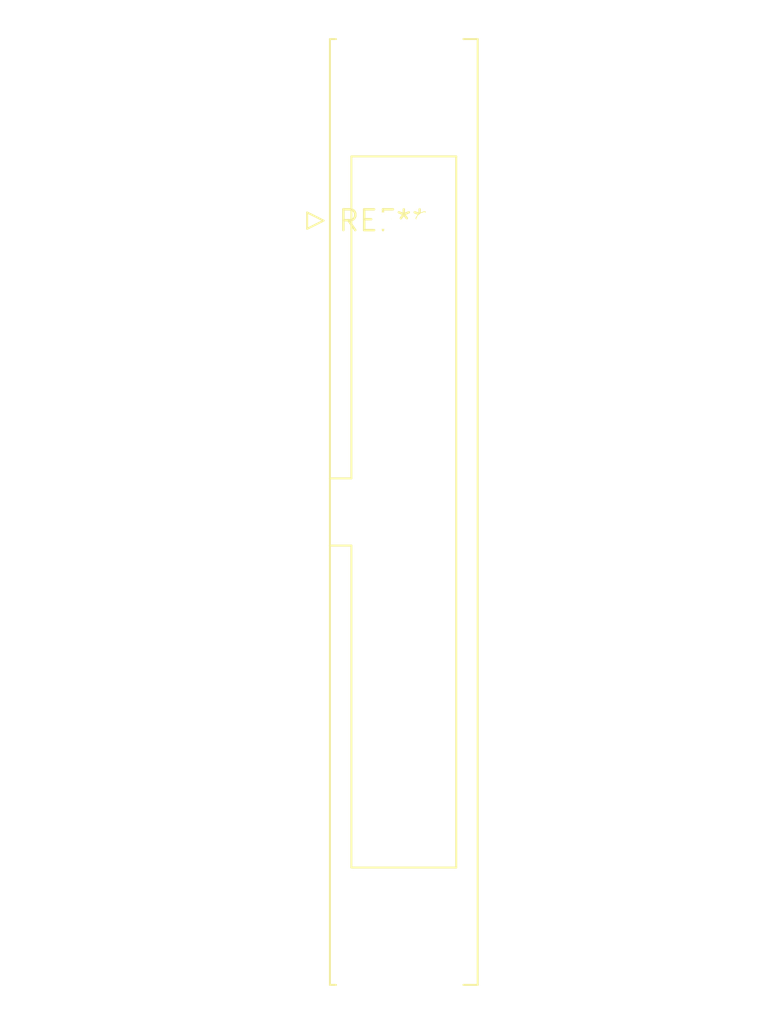
<source format=kicad_pcb>
(kicad_pcb (version 20240108) (generator pcbnew)
  (layers (0 "F.Cu" signal) (31 "B.Cu" signal) (34 "B.Paste" user) (35 "F.Paste" user) (36 "B.SilkS" user "B.Silkscreen") (37 "F.SilkS" user "F.Silkscreen") (38 "B.Mask" user) (39 "F.Mask" user) (44 "Edge.Cuts" user))
  (net 0 "")
  (footprint "IDC-Header_2x15-1MP_P2.54mm_Latch_Vertical" (layer "F.Cu") (at 0 0)
    (property "Reference" "REF**")
    (property "Value" "IDC-Header_2x15-1MP_P2.54mm_Latch_Vertical")
    (fp_line (start -4.63 -0.5) (end -4.63 0.5) (layer "F.SilkS") (stroke (width 0.12)))
    (fp_line (start -4.63 0.5) (end -3.63 0) (layer "F.SilkS") (stroke (width 0.12)))
    (fp_line (start -3.63 0) (end -4.63 -0.5) (layer "F.SilkS") (stroke (width 0.12)))
    (fp_line (start -3.24 -11.08) (end -3.24 46.64) (layer "F.SilkS") (stroke (width 0.12)))
    (fp_line (start -3.24 15.73) (end -1.93 15.73) (layer "F.SilkS") (stroke (width 0.12)))
    (fp_line (start -3.24 46.64) (end -2.87 46.64) (layer "F.SilkS") (stroke (width 0.12)))
    (fp_line (start -2.87 -11.08) (end -3.24 -11.08) (layer "F.SilkS") (stroke (width 0.12)))
    (fp_line (start -1.93 -3.92) (end 4.47 -3.92) (layer "F.SilkS") (stroke (width 0.12)))
    (fp_line (start -1.93 15.73) (end -1.93 -3.92) (layer "F.SilkS") (stroke (width 0.12)))
    (fp_line (start -1.93 19.83) (end -3.24 19.83) (layer "F.SilkS") (stroke (width 0.12)))
    (fp_line (start -1.93 19.83) (end -1.93 19.83) (layer "F.SilkS") (stroke (width 0.12)))
    (fp_line (start -1.93 39.48) (end -1.93 19.83) (layer "F.SilkS") (stroke (width 0.12)))
    (fp_line (start 4.47 -3.92) (end 4.47 39.48) (layer "F.SilkS") (stroke (width 0.12)))
    (fp_line (start 4.47 39.48) (end -1.93 39.48) (layer "F.SilkS") (stroke (width 0.12)))
    (fp_line (start 4.91 -11.08) (end 5.78 -11.08) (layer "F.SilkS") (stroke (width 0.12)))
    (fp_line (start 5.78 -11.08) (end 5.78 46.64) (layer "F.SilkS") (stroke (width 0.12)))
    (fp_line (start 5.78 46.64) (end 4.91 46.64) (layer "F.SilkS") (stroke (width 0.12)))
    (pad "1" thru_hole roundrect (at 0 0) (size 1.7 1.7) (drill 1) (layers *.Cu *.Mask) (remove_unused_layers) (roundrect_rratio 0.147059))
    (pad "2" thru_hole circle (at 2.54 0) (size 1.7 1.7) (drill 1) (layers *.Cu *.Mask) (remove_unused_layers))
    (pad "3" thru_hole circle (at 0 2.54) (size 1.7 1.7) (drill 1) (layers *.Cu *.Mask) (remove_unused_layers))
    (pad "4" thru_hole circle (at 2.54 2.54) (size 1.7 1.7) (drill 1) (layers *.Cu *.Mask) (remove_unused_layers))
    (pad "5" thru_hole circle (at 0 5.08) (size 1.7 1.7) (drill 1) (layers *.Cu *.Mask) (remove_unused_layers))
    (pad "6" thru_hole circle (at 2.54 5.08) (size 1.7 1.7) (drill 1) (layers *.Cu *.Mask) (remove_unused_layers))
    (pad "7" thru_hole circle (at 0 7.62) (size 1.7 1.7) (drill 1) (layers *.Cu *.Mask) (remove_unused_layers))
    (pad "8" thru_hole circle (at 2.54 7.62) (size 1.7 1.7) (drill 1) (layers *.Cu *.Mask) (remove_unused_layers))
    (pad "9" thru_hole circle (at 0 10.16) (size 1.7 1.7) (drill 1) (layers *.Cu *.Mask) (remove_unused_layers))
    (pad "10" thru_hole circle (at 2.54 10.16) (size 1.7 1.7) (drill 1) (layers *.Cu *.Mask) (remove_unused_layers))
    (pad "11" thru_hole circle (at 0 12.7) (size 1.7 1.7) (drill 1) (layers *.Cu *.Mask) (remove_unused_layers))
    (pad "12" thru_hole circle (at 2.54 12.7) (size 1.7 1.7) (drill 1) (layers *.Cu *.Mask) (remove_unused_layers))
    (pad "13" thru_hole circle (at 0 15.24) (size 1.7 1.7) (drill 1) (layers *.Cu *.Mask) (remove_unused_layers))
    (pad "14" thru_hole circle (at 2.54 15.24) (size 1.7 1.7) (drill 1) (layers *.Cu *.Mask) (remove_unused_layers))
    (pad "15" thru_hole circle (at 0 17.78) (size 1.7 1.7) (drill 1) (layers *.Cu *.Mask) (remove_unused_layers))
    (pad "16" thru_hole circle (at 2.54 17.78) (size 1.7 1.7) (drill 1) (layers *.Cu *.Mask) (remove_unused_layers))
    (pad "17" thru_hole circle (at 0 20.32) (size 1.7 1.7) (drill 1) (layers *.Cu *.Mask) (remove_unused_layers))
    (pad "18" thru_hole circle (at 2.54 20.32) (size 1.7 1.7) (drill 1) (layers *.Cu *.Mask) (remove_unused_layers))
    (pad "19" thru_hole circle (at 0 22.86) (size 1.7 1.7) (drill 1) (layers *.Cu *.Mask) (remove_unused_layers))
    (pad "20" thru_hole circle (at 2.54 22.86) (size 1.7 1.7) (drill 1) (layers *.Cu *.Mask) (remove_unused_layers))
    (pad "21" thru_hole circle (at 0 25.4) (size 1.7 1.7) (drill 1) (layers *.Cu *.Mask) (remove_unused_layers))
    (pad "22" thru_hole circle (at 2.54 25.4) (size 1.7 1.7) (drill 1) (layers *.Cu *.Mask) (remove_unused_layers))
    (pad "23" thru_hole circle (at 0 27.94) (size 1.7 1.7) (drill 1) (layers *.Cu *.Mask) (remove_unused_layers))
    (pad "24" thru_hole circle (at 2.54 27.94) (size 1.7 1.7) (drill 1) (layers *.Cu *.Mask) (remove_unused_layers))
    (pad "25" thru_hole circle (at 0 30.48) (size 1.7 1.7) (drill 1) (layers *.Cu *.Mask) (remove_unused_layers))
    (pad "26" thru_hole circle (at 2.54 30.48) (size 1.7 1.7) (drill 1) (layers *.Cu *.Mask) (remove_unused_layers))
    (pad "27" thru_hole circle (at 0 33.02) (size 1.7 1.7) (drill 1) (layers *.Cu *.Mask) (remove_unused_layers))
    (pad "28" thru_hole circle (at 2.54 33.02) (size 1.7 1.7) (drill 1) (layers *.Cu *.Mask) (remove_unused_layers))
    (pad "29" thru_hole circle (at 0 35.56) (size 1.7 1.7) (drill 1) (layers *.Cu *.Mask) (remove_unused_layers))
    (pad "30" thru_hole circle (at 2.54 35.56) (size 1.7 1.7) (drill 1) (layers *.Cu *.Mask) (remove_unused_layers))
    (pad "MP" thru_hole circle (at 1.02 -8.94) (size 8 8) (drill 2.69) (layers *.Cu *.Mask) (remove_unused_layers))
    (pad "MP" thru_hole circle (at 1.02 44.5) (size 8 8) (drill 2.69) (layers *.Cu *.Mask) (remove_unused_layers))
  )
)
</source>
